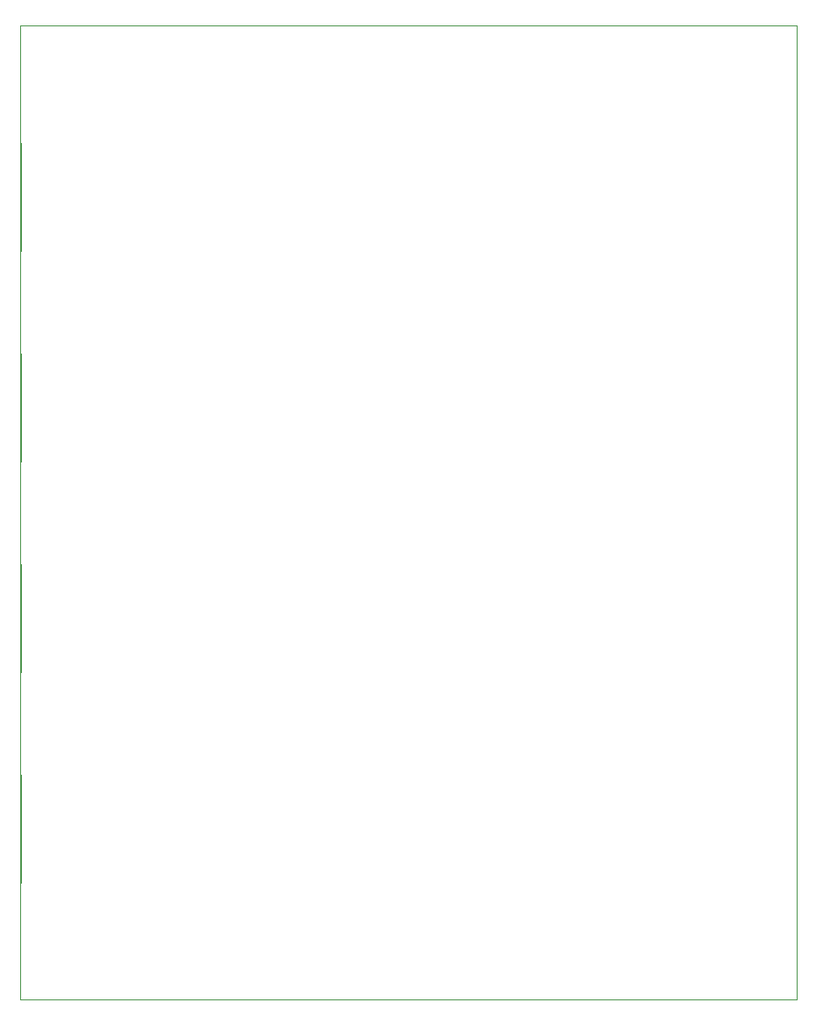
<source format=gbr>
%TF.GenerationSoftware,KiCad,Pcbnew,7.0.10*%
%TF.CreationDate,2024-02-01T18:49:45+01:00*%
%TF.ProjectId,lux106_1_1,6c757831-3036-45f3-915f-312e6b696361,rev?*%
%TF.SameCoordinates,Original*%
%TF.FileFunction,Profile,NP*%
%FSLAX46Y46*%
G04 Gerber Fmt 4.6, Leading zero omitted, Abs format (unit mm)*
G04 Created by KiCad (PCBNEW 7.0.10) date 2024-02-01 18:49:45*
%MOMM*%
%LPD*%
G01*
G04 APERTURE LIST*
%TA.AperFunction,Profile*%
%ADD10C,0.100000*%
%TD*%
G04 APERTURE END LIST*
D10*
X76200000Y-50800000D02*
X151130000Y-50800000D01*
X151130000Y-144780000D01*
X76200000Y-144780000D01*
X76200000Y-50800000D01*
%TO.C,RV4*%
X76280000Y-102790000D02*
X76280000Y-113190000D01*
%TO.C,RV1*%
X76280000Y-82470000D02*
X76280000Y-92870000D01*
%TO.C,RV3*%
X76280000Y-123110000D02*
X76280000Y-133510000D01*
%TO.C,RV2*%
X76280000Y-62150000D02*
X76280000Y-72550000D01*
%TD*%
M02*

</source>
